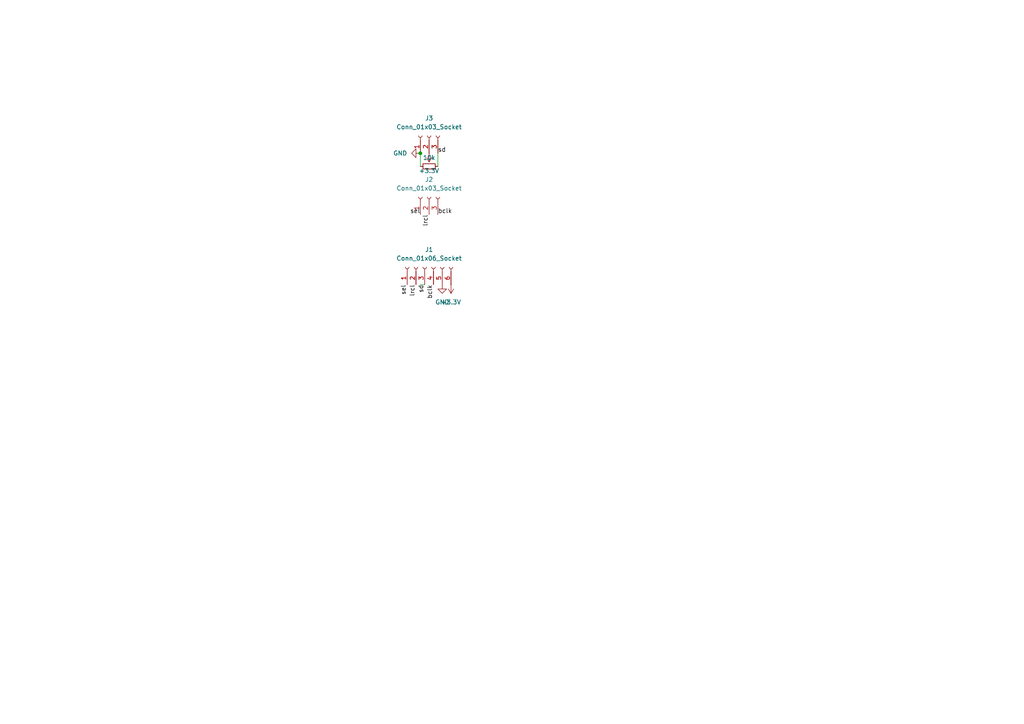
<source format=kicad_sch>
(kicad_sch (version 20231120) (generator "eeschema") (generator_version "8.0")
  (paper "A4")
  (lib_symbols
    (symbol "Connector:Conn_01x03_Socket" (pin_names (offset 1.016) hide)
      (property "Reference" "J" (at 0 5.08 0))
      (property "Value" "Conn_01x03_Socket" (at 0 -5.08 0))
      (symbol "Conn_01x03_Socket_1_1"
        (arc (start 0 -2.032) (mid -0.5058 -2.54) (end 0 -3.048) (stroke (width 0.1524)))
        (polyline (pts (xy -1.27 -2.54) (xy -0.508 -2.54)) (stroke (width 0.1524)))
        (polyline (pts (xy -1.27 0) (xy -0.508 0)) (stroke (width 0.1524)))
        (polyline (pts (xy -1.27 2.54) (xy -0.508 2.54)) (stroke (width 0.1524)))
        (arc (start 0 0.508) (mid -0.5058 0) (end 0 -0.508) (stroke (width 0.1524)))
        (arc (start 0 3.048) (mid -0.5058 2.54) (end 0 2.032) (stroke (width 0.1524)))
        (pin passive line (at -5.08 2.54 0) (length 3.81) (name "Pin_1") (number "1"))
        (pin passive line (at -5.08 0 0) (length 3.81) (name "Pin_2") (number "2"))
        (pin passive line (at -5.08 -2.54 0) (length 3.81) (name "Pin_3") (number "3"))
      )
    )
    (symbol "Connector:Conn_01x06_Socket" (pin_names (offset 1.016) hide)
      (property "Reference" "J" (at 0 7.62 0))
      (property "Value" "Conn_01x06_Socket" (at 0 -10.16 0))
      (symbol "Conn_01x06_Socket_1_1"
        (arc (start 0 -7.112) (mid -0.5058 -7.62) (end 0 -8.128) (stroke (width 0.1524)))
        (arc (start 0 -4.572) (mid -0.5058 -5.08) (end 0 -5.588) (stroke (width 0.1524)))
        (arc (start 0 -2.032) (mid -0.5058 -2.54) (end 0 -3.048) (stroke (width 0.1524)))
        (polyline (pts (xy -1.27 -7.62) (xy -0.508 -7.62)) (stroke (width 0.1524)))
        (polyline (pts (xy -1.27 -5.08) (xy -0.508 -5.08)) (stroke (width 0.1524)))
        (polyline (pts (xy -1.27 -2.54) (xy -0.508 -2.54)) (stroke (width 0.1524)))
        (polyline (pts (xy -1.27 0) (xy -0.508 0)) (stroke (width 0.1524)))
        (polyline (pts (xy -1.27 2.54) (xy -0.508 2.54)) (stroke (width 0.1524)))
        (polyline (pts (xy -1.27 5.08) (xy -0.508 5.08)) (stroke (width 0.1524)))
        (arc (start 0 0.508) (mid -0.5058 0) (end 0 -0.508) (stroke (width 0.1524)))
        (arc (start 0 3.048) (mid -0.5058 2.54) (end 0 2.032) (stroke (width 0.1524)))
        (arc (start 0 5.588) (mid -0.5058 5.08) (end 0 4.572) (stroke (width 0.1524)))
        (pin passive line (at -5.08 5.08 0) (length 3.81) (name "Pin_1") (number "1"))
        (pin passive line (at -5.08 2.54 0) (length 3.81) (name "Pin_2") (number "2"))
        (pin passive line (at -5.08 0 0) (length 3.81) (name "Pin_3") (number "3"))
        (pin passive line (at -5.08 -2.54 0) (length 3.81) (name "Pin_4") (number "4"))
        (pin passive line (at -5.08 -5.08 0) (length 3.81) (name "Pin_5") (number "5"))
        (pin passive line (at -5.08 -7.62 0) (length 3.81) (name "Pin_6") (number "6"))
      )
    )
    (symbol "Device:R_Small" (pin_numbers hide) (pin_names (offset 0.254) hide)
      (property "Reference" "R" (at 0.762 0.508 0))
      (property "Value" "R_Small" (at 0.762 -1.016 0))
      (symbol "R_Small_0_1"
        (rectangle (start -0.762 1.778) (end 0.762 -1.778) (stroke (width 0.2032)))
      )
      (symbol "R_Small_1_1"
        (pin passive line (at 0 2.54 270) (length 0.762) (name "~") (number "1"))
        (pin passive line (at 0 -2.54 90) (length 0.762) (name "~") (number "2"))
      )
    )
    (symbol "power:+3.3V" (power) (pin_numbers hide) (pin_names (offset 0) hide)
      (property "Value" "+3.3V" (at 0 3.556 0))
      (symbol "+3.3V_0_1"
        (polyline (pts (xy -0.762 1.27) (xy 0 2.54)))
        (polyline (pts (xy 0 0) (xy 0 2.54)))
        (polyline (pts (xy 0 2.54) (xy 0.762 1.27)))
      )
      (symbol "+3.3V_1_1"
        (pin power_in line (at 0 0 90) (length 0) (name "~") (number "1"))
      )
    )
    (symbol "power:GND" (power) (pin_numbers hide) (pin_names (offset 0) hide)
      (property "Value" "GND" (at 0 -3.81 0))
      (symbol "GND_0_1"
        (polyline (pts (xy 0 0) (xy 0 -1.27) (xy 1.27 -1.27) (xy 0 -2.54) (xy -1.27 -1.27) (xy 0 -1.27)))
      )
      (symbol "GND_1_1"
        (pin power_in line (at 0 0 270) (length 0) (name "~") (number "1"))
      )
    )
  )
  (junction (at 121.92 44.45))
  (wire (pts (xy 121.92 44.45) (xy 121.92 48.26)))
  (wire (pts (xy 121.92 82.55) (xy 123.19 82.55)))
  (wire (pts (xy 127 44.45) (xy 127 48.26)))
  (label "bclk" (at 127 62.23 0))
  (label "sel" (at 121.92 62.23 180))
  (label "lrcl" (at 120.65 82.55 270))
  (label "bclk" (at 125.73 82.55 270))
  (label "sd" (at 127 44.45 0))
  (label "lrcl" (at 124.46 62.23 270))
  (label "sd" (at 123.19 82.55 270))
  (label "sel" (at 118.11 82.55 270))
  (symbol (lib_id "Connector:Conn_01x03_Socket") (at 124.46 57.15 90) (unit 1)
    (property "Reference" "J2" (at 124.46 52.07 90))
    (property "Value" "Conn_01x03_Socket" (at 124.46 54.61 90))
    (property "Footprint" "Connector_PinSocket_2.54mm:PinSocket_1x03_P2.54mm_Vertical" (effects (hide yes)))
    (property "Description" "Generic connector, single row, 01x03, script generated" (effects (hide yes)))
  )
  (symbol (lib_id "power:GND") (at 128.27 82.55 0) (unit 1)
    (property "Reference" "#PWR04" (effects (hide yes)))
    (property "Value" "GND" (at 128.27 87.63 0))
    (property "Description" "Power symbol creates a global label with name \"GND\" , ground" (effects (hide yes)))
  )
  (symbol (lib_id "Device:R_Small") (at 124.46 48.26 270) (unit 1)
    (property "Reference" "R1" (effects (hide yes)))
    (property "Value" "10k" (at 124.46 45.72 90))
    (property "Footprint" "Resistor_SMD:R_0603_1608Metric" (effects (hide yes)))
    (property "Description" "Resistor, small symbol" (effects (hide yes)))
  )
  (symbol (lib_id "power:+3.3V") (at 124.46 44.45 180) (unit 1)
    (property "Reference" "#PWR02" (effects (hide yes)))
    (property "Value" "+3.3V" (at 124.46 49.53 0))
    (property "Description" "Power symbol creates a global label with name \"+3.3V\"" (effects (hide yes)))
  )
  (symbol (lib_id "power:GND") (at 121.92 44.45 270) (unit 1)
    (property "Reference" "#PWR01" (effects (hide yes)))
    (property "Value" "GND" (at 118.11 44.4499 90) (effects (justify right)))
    (property "Description" "Power symbol creates a global label with name \"GND\" , ground" (effects (hide yes)))
  )
  (symbol (lib_id "power:+3.3V") (at 130.81 82.55 180) (unit 1)
    (property "Reference" "#PWR03" (effects (hide yes)))
    (property "Value" "+3.3V" (at 130.81 87.63 0))
    (property "Description" "Power symbol creates a global label with name \"+3.3V\"" (effects (hide yes)))
  )
  (symbol (lib_id "Connector:Conn_01x03_Socket") (at 124.46 39.37 90) (unit 1)
    (property "Reference" "J3" (at 124.46 34.29 90))
    (property "Value" "Conn_01x03_Socket" (at 124.46 36.83 90))
    (property "Footprint" "Connector_PinSocket_2.54mm:PinSocket_1x03_P2.54mm_Vertical" (effects (hide yes)))
    (property "Description" "Generic connector, single row, 01x03, script generated" (effects (hide yes)))
  )
  (symbol (lib_id "Connector:Conn_01x06_Socket") (at 123.19 77.47 90) (unit 1)
    (property "Reference" "J1" (at 124.46 72.39 90))
    (property "Value" "Conn_01x06_Socket" (at 124.46 74.93 90))
    (property "Footprint" "Connector_JST:JST_EH_B6B-EH-A_1x06_P2.50mm_Vertical" (effects (hide yes)))
    (property "Description" "Generic connector, single row, 01x06, script generated" (effects (hide yes)))
  )
)
</source>
